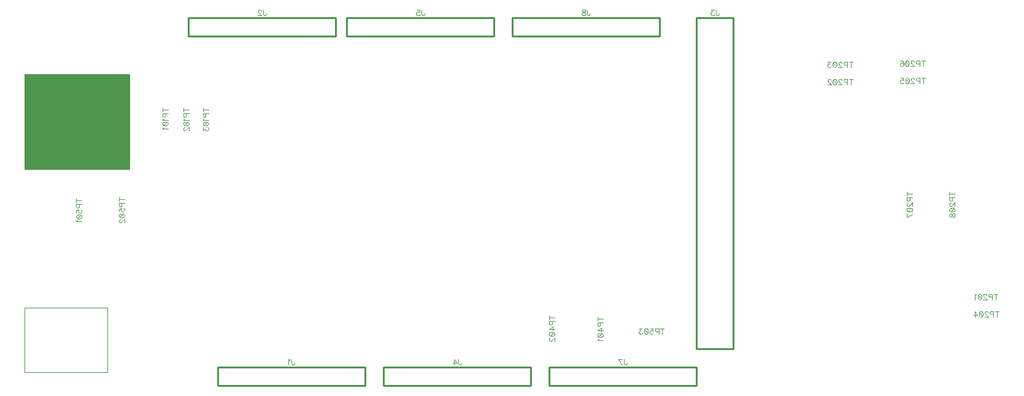
<source format=gbr>
G04 DipTrace 2.4.0.2*
%INBottomSilk.gbr*%
%MOIN*%
%ADD10C,0.0098*%
%ADD13C,0.0014*%
%ADD114C,0.0046*%
%FSLAX44Y44*%
G04*
G70*
G90*
G75*
G01*
%LNBotSilk*%
%LPD*%
X10500Y500D2*
D10*
X18500D1*
Y1500D1*
X10500D1*
Y500D1*
X8900Y19500D2*
X16900D1*
Y20500D1*
X8900D1*
Y19500D1*
X36500Y20500D2*
X38500D1*
Y2500D1*
X36500D1*
Y20500D1*
X19500Y500D2*
X27500D1*
Y1500D1*
X19500D1*
Y500D1*
X17500Y19500D2*
X25500D1*
Y20500D1*
X17500D1*
Y19500D1*
X28500Y500D2*
X36500D1*
Y1500D1*
X28500D1*
Y500D1*
X26500Y19500D2*
X34500D1*
Y20500D1*
X26500D1*
Y19500D1*
X0Y4750D2*
D13*
X4500D1*
Y1250D1*
X0D1*
Y4750D1*
Y17250D2*
X3750D1*
Y12750D1*
X0D1*
Y17250D1*
G36*
Y17437D2*
X5750D1*
Y12250D1*
X0D1*
Y17437D1*
G37*
X14511Y1939D2*
D114*
Y1710D1*
X14525Y1667D1*
X14539Y1652D1*
X14568Y1638D1*
X14597D1*
X14625Y1652D1*
X14640Y1667D1*
X14654Y1710D1*
Y1738D1*
X14418Y1882D2*
X14389Y1896D1*
X14346Y1939D1*
Y1638D1*
X12975Y20939D2*
Y20710D1*
X12989Y20667D1*
X13004Y20652D1*
X13032Y20638D1*
X13061D1*
X13090Y20652D1*
X13104Y20667D1*
X13119Y20710D1*
Y20738D1*
X12868Y20867D2*
Y20882D1*
X12854Y20910D1*
X12839Y20925D1*
X12810Y20939D1*
X12753D1*
X12725Y20925D1*
X12710Y20910D1*
X12696Y20882D1*
Y20853D1*
X12710Y20824D1*
X12739Y20781D1*
X12882Y20638D1*
X12681D1*
X37575Y20939D2*
Y20710D1*
X37589Y20667D1*
X37604Y20652D1*
X37632Y20638D1*
X37661D1*
X37690Y20652D1*
X37704Y20667D1*
X37719Y20710D1*
Y20738D1*
X37454Y20939D2*
X37296D1*
X37382Y20824D1*
X37339D1*
X37310Y20810D1*
X37296Y20796D1*
X37281Y20753D1*
Y20724D1*
X37296Y20681D1*
X37325Y20652D1*
X37368Y20638D1*
X37411D1*
X37454Y20652D1*
X37468Y20667D1*
X37482Y20695D1*
X23582Y1939D2*
Y1710D1*
X23596Y1667D1*
X23611Y1652D1*
X23640Y1638D1*
X23668D1*
X23697Y1652D1*
X23711Y1667D1*
X23726Y1710D1*
Y1738D1*
X23346Y1638D2*
Y1939D1*
X23489Y1738D1*
X23274D1*
X21575Y20939D2*
Y20710D1*
X21589Y20667D1*
X21604Y20652D1*
X21632Y20638D1*
X21661D1*
X21690Y20652D1*
X21704Y20667D1*
X21719Y20710D1*
Y20738D1*
X21310Y20939D2*
X21454D1*
X21468Y20810D1*
X21454Y20824D1*
X21410Y20839D1*
X21368D1*
X21325Y20824D1*
X21296Y20796D1*
X21281Y20753D1*
Y20724D1*
X21296Y20681D1*
X21325Y20652D1*
X21368Y20638D1*
X21410D1*
X21454Y20652D1*
X21468Y20667D1*
X21482Y20695D1*
X32575Y1939D2*
Y1710D1*
X32589Y1667D1*
X32604Y1652D1*
X32632Y1638D1*
X32661D1*
X32690Y1652D1*
X32704Y1667D1*
X32719Y1710D1*
Y1738D1*
X32425Y1638D2*
X32281Y1939D1*
X32482D1*
X30575Y20939D2*
Y20710D1*
X30589Y20667D1*
X30604Y20652D1*
X30632Y20638D1*
X30661D1*
X30690Y20652D1*
X30704Y20667D1*
X30718Y20710D1*
Y20738D1*
X30411Y20939D2*
X30453Y20925D1*
X30468Y20896D1*
Y20867D1*
X30453Y20839D1*
X30425Y20824D1*
X30367Y20810D1*
X30324Y20796D1*
X30296Y20767D1*
X30282Y20738D1*
Y20695D1*
X30296Y20667D1*
X30310Y20652D1*
X30353Y20638D1*
X30411D1*
X30453Y20652D1*
X30468Y20667D1*
X30482Y20695D1*
Y20738D1*
X30468Y20767D1*
X30439Y20796D1*
X30396Y20810D1*
X30339Y20824D1*
X30310Y20839D1*
X30296Y20867D1*
Y20896D1*
X30310Y20925D1*
X30353Y20939D1*
X30411D1*
X7498Y15503D2*
X7800D1*
X7498Y15604D2*
Y15403D1*
X7656Y15310D2*
Y15181D1*
X7642Y15138D1*
X7627Y15124D1*
X7599Y15109D1*
X7556D1*
X7527Y15124D1*
X7512Y15138D1*
X7498Y15181D1*
Y15310D1*
X7800D1*
X7556Y15017D2*
X7541Y14988D1*
X7498Y14945D1*
X7800D1*
X7498Y14766D2*
X7513Y14809D1*
X7556Y14838D1*
X7627Y14852D1*
X7671D1*
X7742Y14838D1*
X7785Y14809D1*
X7800Y14766D1*
Y14737D1*
X7785Y14694D1*
X7742Y14666D1*
X7671Y14651D1*
X7627D1*
X7556Y14666D1*
X7513Y14694D1*
X7498Y14737D1*
Y14766D1*
X7556Y14666D2*
X7742Y14838D1*
X7556Y14559D2*
X7541Y14530D1*
X7498Y14487D1*
X7800D1*
X8623Y15505D2*
X8925D1*
X8623Y15606D2*
Y15405D1*
X8781Y15312D2*
Y15183D1*
X8767Y15140D1*
X8752Y15126D1*
X8724Y15111D1*
X8681D1*
X8652Y15126D1*
X8637Y15140D1*
X8623Y15183D1*
Y15312D1*
X8925D1*
X8681Y15019D2*
X8666Y14990D1*
X8623Y14947D1*
X8925D1*
X8623Y14768D2*
X8638Y14811D1*
X8681Y14840D1*
X8752Y14854D1*
X8796D1*
X8867Y14840D1*
X8910Y14811D1*
X8925Y14768D1*
Y14739D1*
X8910Y14696D1*
X8867Y14668D1*
X8796Y14653D1*
X8752D1*
X8681Y14668D1*
X8638Y14696D1*
X8623Y14739D1*
Y14768D1*
X8681Y14668D2*
X8867Y14840D1*
X8695Y14546D2*
X8681D1*
X8652Y14532D1*
X8638Y14517D1*
X8623Y14489D1*
Y14431D1*
X8638Y14403D1*
X8652Y14388D1*
X8681Y14374D1*
X8709D1*
X8738Y14388D1*
X8781Y14417D1*
X8925Y14561D1*
Y14360D1*
X9686Y15505D2*
X9987D1*
X9686Y15606D2*
Y15405D1*
X9844Y15312D2*
Y15183D1*
X9829Y15140D1*
X9815Y15126D1*
X9786Y15111D1*
X9743D1*
X9715Y15126D1*
X9700Y15140D1*
X9686Y15183D1*
Y15312D1*
X9987D1*
X9743Y15019D2*
X9729Y14990D1*
X9686Y14947D1*
X9987D1*
X9686Y14768D2*
X9700Y14811D1*
X9743Y14840D1*
X9815Y14854D1*
X9858D1*
X9930Y14840D1*
X9973Y14811D1*
X9987Y14768D1*
Y14739D1*
X9973Y14696D1*
X9930Y14668D1*
X9858Y14653D1*
X9815D1*
X9743Y14668D1*
X9700Y14696D1*
X9686Y14739D1*
Y14768D1*
X9743Y14668D2*
X9930Y14840D1*
X9686Y14532D2*
Y14374D1*
X9801Y14460D1*
Y14417D1*
X9815Y14388D1*
X9829Y14374D1*
X9872Y14360D1*
X9901D1*
X9944Y14374D1*
X9973Y14403D1*
X9987Y14446D1*
Y14489D1*
X9973Y14532D1*
X9958Y14546D1*
X9930Y14561D1*
X52773Y5485D2*
Y5183D1*
X52873Y5485D2*
X52672D1*
X52580Y5327D2*
X52450D1*
X52407Y5341D1*
X52393Y5356D1*
X52379Y5384D1*
Y5427D1*
X52393Y5456D1*
X52407Y5470D1*
X52450Y5485D1*
X52580D1*
Y5183D1*
X52271Y5413D2*
Y5427D1*
X52257Y5456D1*
X52243Y5470D1*
X52214Y5484D1*
X52157D1*
X52128Y5470D1*
X52114Y5456D1*
X52099Y5427D1*
Y5398D1*
X52114Y5370D1*
X52142Y5327D1*
X52286Y5183D1*
X52085D1*
X51906Y5484D2*
X51949Y5470D1*
X51978Y5427D1*
X51992Y5355D1*
Y5312D1*
X51978Y5241D1*
X51949Y5197D1*
X51906Y5183D1*
X51878D1*
X51835Y5197D1*
X51806Y5241D1*
X51791Y5312D1*
Y5355D1*
X51806Y5427D1*
X51835Y5470D1*
X51878Y5484D1*
X51906D1*
X51806Y5427D2*
X51978Y5241D1*
X51699Y5427D2*
X51670Y5441D1*
X51627Y5484D1*
Y5183D1*
X44900Y17172D2*
Y16871D1*
X45000Y17172D2*
X44799D1*
X44707Y17014D2*
X44577D1*
X44534Y17029D1*
X44520Y17043D1*
X44506Y17072D1*
Y17115D1*
X44520Y17143D1*
X44534Y17158D1*
X44577Y17172D1*
X44707D1*
Y16871D1*
X44398Y17100D2*
Y17115D1*
X44384Y17143D1*
X44370Y17158D1*
X44341Y17172D1*
X44284D1*
X44255Y17158D1*
X44241Y17143D1*
X44226Y17115D1*
Y17086D1*
X44241Y17057D1*
X44269Y17014D1*
X44413Y16871D1*
X44212D1*
X44033Y17172D2*
X44076Y17158D1*
X44105Y17115D1*
X44119Y17043D1*
Y17000D1*
X44105Y16928D1*
X44076Y16885D1*
X44033Y16871D1*
X44005D1*
X43961Y16885D1*
X43933Y16928D1*
X43918Y17000D1*
Y17043D1*
X43933Y17115D1*
X43961Y17158D1*
X44005Y17172D1*
X44033D1*
X43933Y17115D2*
X44105Y16928D1*
X43811Y17100D2*
Y17115D1*
X43797Y17143D1*
X43783Y17158D1*
X43754Y17172D1*
X43696D1*
X43668Y17158D1*
X43654Y17143D1*
X43639Y17115D1*
Y17086D1*
X43654Y17057D1*
X43682Y17014D1*
X43826Y16871D1*
X43625D1*
X44900Y18110D2*
Y17808D1*
X45000Y18110D2*
X44799D1*
X44707Y17952D2*
X44577D1*
X44534Y17966D1*
X44520Y17981D1*
X44506Y18009D1*
Y18052D1*
X44520Y18081D1*
X44534Y18095D1*
X44577Y18110D1*
X44707D1*
Y17808D1*
X44398Y18038D2*
Y18052D1*
X44384Y18081D1*
X44370Y18095D1*
X44341Y18109D1*
X44284D1*
X44255Y18095D1*
X44241Y18081D1*
X44226Y18052D1*
Y18023D1*
X44241Y17994D1*
X44269Y17952D1*
X44413Y17808D1*
X44212D1*
X44033Y18109D2*
X44076Y18095D1*
X44105Y18052D1*
X44119Y17980D1*
Y17937D1*
X44105Y17865D1*
X44076Y17822D1*
X44033Y17808D1*
X44005D1*
X43961Y17822D1*
X43933Y17865D1*
X43918Y17937D1*
Y17980D1*
X43933Y18052D1*
X43961Y18095D1*
X44005Y18109D1*
X44033D1*
X43933Y18052D2*
X44105Y17865D1*
X43797Y18109D2*
X43639D1*
X43725Y17994D1*
X43682D1*
X43654Y17980D1*
X43639Y17966D1*
X43625Y17923D1*
Y17894D1*
X43639Y17851D1*
X43668Y17822D1*
X43711Y17808D1*
X43754D1*
X43797Y17822D1*
X43811Y17837D1*
X43826Y17865D1*
X52844Y4547D2*
Y4246D1*
X52945Y4547D2*
X52744D1*
X52651Y4389D2*
X52522D1*
X52479Y4404D1*
X52464Y4418D1*
X52450Y4447D1*
Y4490D1*
X52464Y4518D1*
X52479Y4533D1*
X52522Y4547D1*
X52651D1*
Y4246D1*
X52343Y4475D2*
Y4489D1*
X52329Y4518D1*
X52314Y4533D1*
X52286Y4547D1*
X52228D1*
X52200Y4533D1*
X52185Y4518D1*
X52171Y4489D1*
Y4461D1*
X52185Y4432D1*
X52214Y4389D1*
X52358Y4246D1*
X52157D1*
X51978Y4547D2*
X52021Y4533D1*
X52050Y4489D1*
X52064Y4418D1*
Y4375D1*
X52050Y4303D1*
X52021Y4260D1*
X51978Y4246D1*
X51949D1*
X51906Y4260D1*
X51878Y4303D1*
X51863Y4375D1*
Y4418D1*
X51878Y4489D1*
X51906Y4533D1*
X51949Y4547D1*
X51978D1*
X51878Y4489D2*
X52050Y4303D1*
X51627Y4246D2*
Y4547D1*
X51770Y4346D1*
X51555D1*
X48837Y17235D2*
Y16933D1*
X48938Y17235D2*
X48737D1*
X48644Y17077D2*
X48515D1*
X48472Y17091D1*
X48457Y17106D1*
X48443Y17134D1*
Y17177D1*
X48457Y17206D1*
X48472Y17220D1*
X48515Y17235D1*
X48644D1*
Y16933D1*
X48336Y17163D2*
Y17177D1*
X48322Y17206D1*
X48307Y17220D1*
X48279Y17234D1*
X48221D1*
X48193Y17220D1*
X48178Y17206D1*
X48164Y17177D1*
Y17148D1*
X48178Y17120D1*
X48207Y17077D1*
X48350Y16933D1*
X48150D1*
X47971Y17234D2*
X48014Y17220D1*
X48043Y17177D1*
X48057Y17105D1*
Y17062D1*
X48043Y16991D1*
X48014Y16947D1*
X47971Y16933D1*
X47942D1*
X47899Y16947D1*
X47871Y16991D1*
X47856Y17062D1*
Y17105D1*
X47871Y17177D1*
X47899Y17220D1*
X47942Y17234D1*
X47971D1*
X47871Y17177D2*
X48043Y16991D1*
X47591Y17234D2*
X47734D1*
X47749Y17105D1*
X47734Y17120D1*
X47691Y17134D1*
X47649D1*
X47605Y17120D1*
X47577Y17091D1*
X47562Y17048D1*
Y17019D1*
X47577Y16976D1*
X47605Y16947D1*
X47649Y16933D1*
X47691D1*
X47734Y16947D1*
X47749Y16962D1*
X47763Y16991D1*
X48830Y18172D2*
Y17871D1*
X48930Y18172D2*
X48729D1*
X48637Y18014D2*
X48507D1*
X48465Y18029D1*
X48450Y18043D1*
X48436Y18072D1*
Y18115D1*
X48450Y18143D1*
X48465Y18158D1*
X48507Y18172D1*
X48637D1*
Y17871D1*
X48329Y18100D2*
Y18114D1*
X48314Y18143D1*
X48300Y18158D1*
X48271Y18172D1*
X48214D1*
X48185Y18158D1*
X48171Y18143D1*
X48156Y18114D1*
Y18086D1*
X48171Y18057D1*
X48200Y18014D1*
X48343Y17871D1*
X48142D1*
X47963Y18172D2*
X48006Y18158D1*
X48035Y18114D1*
X48050Y18043D1*
Y18000D1*
X48035Y17928D1*
X48006Y17885D1*
X47963Y17871D1*
X47935D1*
X47892Y17885D1*
X47863Y17928D1*
X47849Y18000D1*
Y18043D1*
X47863Y18114D1*
X47892Y18158D1*
X47935Y18172D1*
X47963D1*
X47863Y18114D2*
X48035Y17928D1*
X47584Y18129D2*
X47598Y18158D1*
X47641Y18172D1*
X47670D1*
X47713Y18158D1*
X47742Y18114D1*
X47756Y18043D1*
Y17971D1*
X47742Y17914D1*
X47713Y17885D1*
X47670Y17871D1*
X47656D1*
X47613Y17885D1*
X47584Y17914D1*
X47570Y17957D1*
Y17971D1*
X47584Y18014D1*
X47613Y18043D1*
X47656Y18057D1*
X47670D1*
X47713Y18043D1*
X47742Y18014D1*
X47756Y17971D1*
X47936Y10945D2*
X48237D1*
X47936Y11045D2*
Y10844D1*
X48094Y10752D2*
Y10623D1*
X48079Y10580D1*
X48065Y10565D1*
X48036Y10551D1*
X47993D1*
X47965Y10565D1*
X47950Y10580D1*
X47936Y10623D1*
Y10752D1*
X48237D1*
X48008Y10444D2*
X47993D1*
X47965Y10429D1*
X47950Y10415D1*
X47936Y10386D1*
Y10329D1*
X47950Y10300D1*
X47965Y10286D1*
X47993Y10272D1*
X48022D1*
X48051Y10286D1*
X48094Y10315D1*
X48237Y10458D1*
Y10257D1*
X47936Y10078D2*
X47950Y10122D1*
X47993Y10150D1*
X48065Y10165D1*
X48108D1*
X48180Y10150D1*
X48223Y10122D1*
X48237Y10078D1*
Y10050D1*
X48223Y10007D1*
X48180Y9978D1*
X48108Y9964D1*
X48065D1*
X47993Y9978D1*
X47950Y10007D1*
X47936Y10050D1*
Y10078D1*
X47993Y9978D2*
X48180Y10150D1*
X48237Y9814D2*
X47936Y9670D1*
Y9871D1*
X50248Y10945D2*
X50550D1*
X50248Y11045D2*
Y10844D1*
X50406Y10752D2*
Y10622D1*
X50392Y10580D1*
X50377Y10565D1*
X50349Y10551D1*
X50306D1*
X50277Y10565D1*
X50262Y10580D1*
X50248Y10622D1*
Y10752D1*
X50550D1*
X50320Y10444D2*
X50306D1*
X50277Y10429D1*
X50263Y10415D1*
X50248Y10386D1*
Y10329D1*
X50263Y10300D1*
X50277Y10286D1*
X50306Y10271D1*
X50334D1*
X50363Y10286D1*
X50406Y10315D1*
X50550Y10458D1*
Y10257D1*
X50248Y10078D2*
X50263Y10121D1*
X50306Y10150D1*
X50377Y10165D1*
X50421D1*
X50492Y10150D1*
X50535Y10121D1*
X50550Y10078D1*
Y10050D1*
X50535Y10007D1*
X50492Y9978D1*
X50421Y9964D1*
X50377D1*
X50306Y9978D1*
X50263Y10007D1*
X50248Y10050D1*
Y10078D1*
X50306Y9978D2*
X50492Y10150D1*
X50248Y9799D2*
X50263Y9842D1*
X50291Y9857D1*
X50320D1*
X50349Y9842D1*
X50363Y9814D1*
X50377Y9756D1*
X50392Y9713D1*
X50421Y9685D1*
X50449Y9670D1*
X50492D1*
X50521Y9685D1*
X50535Y9699D1*
X50550Y9742D1*
Y9799D1*
X50535Y9842D1*
X50521Y9857D1*
X50492Y9871D1*
X50449D1*
X50421Y9857D1*
X50392Y9828D1*
X50377Y9785D1*
X50363Y9728D1*
X50349Y9699D1*
X50320Y9685D1*
X50291D1*
X50263Y9699D1*
X50248Y9742D1*
Y9799D1*
X31123Y4138D2*
X31425D1*
X31123Y4238D2*
Y4037D1*
X31281Y3944D2*
Y3815D1*
X31267Y3772D1*
X31252Y3758D1*
X31224Y3744D1*
X31181D1*
X31152Y3758D1*
X31137Y3772D1*
X31123Y3815D1*
Y3944D1*
X31425D1*
Y3507D2*
X31123D1*
X31324Y3651D1*
Y3436D1*
X31123Y3257D2*
X31138Y3300D1*
X31181Y3329D1*
X31252Y3343D1*
X31296D1*
X31367Y3329D1*
X31410Y3300D1*
X31425Y3257D1*
Y3228D1*
X31410Y3185D1*
X31367Y3157D1*
X31296Y3142D1*
X31252D1*
X31181Y3157D1*
X31138Y3185D1*
X31123Y3228D1*
Y3257D1*
X31181Y3157D2*
X31367Y3329D1*
X31181Y3049D2*
X31166Y3021D1*
X31123Y2977D1*
X31425D1*
X28498Y4202D2*
X28800D1*
X28498Y4303D2*
Y4102D1*
X28656Y4009D2*
Y3880D1*
X28642Y3837D1*
X28627Y3822D1*
X28599Y3808D1*
X28556D1*
X28527Y3822D1*
X28512Y3837D1*
X28498Y3880D1*
Y4009D1*
X28800D1*
Y3572D2*
X28499D1*
X28699Y3715D1*
Y3500D1*
X28499Y3321D2*
X28513Y3364D1*
X28556Y3393D1*
X28627Y3408D1*
X28671D1*
X28742Y3393D1*
X28785Y3364D1*
X28800Y3321D1*
Y3293D1*
X28785Y3250D1*
X28742Y3221D1*
X28671Y3207D1*
X28627D1*
X28556Y3221D1*
X28513Y3250D1*
X28499Y3293D1*
Y3321D1*
X28556Y3221D2*
X28742Y3393D1*
X28570Y3099D2*
X28556D1*
X28527Y3085D1*
X28513Y3071D1*
X28499Y3042D1*
X28498Y2985D1*
X28513Y2956D1*
X28527Y2942D1*
X28556Y2927D1*
X28584D1*
X28613Y2942D1*
X28656Y2970D1*
X28800Y3114D1*
Y2913D1*
X2811Y10568D2*
X3112D1*
X2811Y10668D2*
Y10467D1*
X2969Y10375D2*
Y10246D1*
X2954Y10203D1*
X2940Y10188D1*
X2911Y10174D1*
X2868D1*
X2840Y10188D1*
X2825Y10203D1*
X2811Y10246D1*
Y10375D1*
X3112D1*
X2811Y9909D2*
Y10052D1*
X2940Y10067D1*
X2926Y10052D1*
X2911Y10009D1*
Y9967D1*
X2926Y9923D1*
X2954Y9895D1*
X2997Y9880D1*
X3026D1*
X3069Y9895D1*
X3098Y9923D1*
X3112Y9967D1*
Y10009D1*
X3098Y10052D1*
X3083Y10067D1*
X3055Y10081D1*
X2811Y9701D2*
X2825Y9745D1*
X2868Y9773D1*
X2940Y9788D1*
X2983D1*
X3055Y9773D1*
X3098Y9745D1*
X3112Y9701D1*
Y9673D1*
X3098Y9630D1*
X3055Y9601D1*
X2983Y9587D1*
X2940D1*
X2868Y9601D1*
X2825Y9630D1*
X2811Y9673D1*
Y9701D1*
X2868Y9601D2*
X3055Y9773D1*
X2868Y9494D2*
X2854Y9465D1*
X2811Y9422D1*
X3112D1*
X5123Y10632D2*
X5425D1*
X5123Y10733D2*
Y10532D1*
X5281Y10439D2*
Y10310D1*
X5267Y10267D1*
X5252Y10253D1*
X5224Y10238D1*
X5181D1*
X5152Y10253D1*
X5137Y10267D1*
X5123Y10310D1*
Y10439D1*
X5425D1*
X5124Y9974D2*
Y10117D1*
X5252Y10131D1*
X5238Y10117D1*
X5224Y10074D1*
Y10031D1*
X5238Y9988D1*
X5267Y9959D1*
X5310Y9945D1*
X5338D1*
X5381Y9959D1*
X5410Y9988D1*
X5425Y10031D1*
Y10074D1*
X5410Y10117D1*
X5396Y10131D1*
X5367Y10146D1*
X5124Y9766D2*
X5138Y9809D1*
X5181Y9838D1*
X5252Y9852D1*
X5296D1*
X5367Y9838D1*
X5410Y9809D1*
X5425Y9766D1*
Y9737D1*
X5410Y9694D1*
X5367Y9666D1*
X5296Y9651D1*
X5252D1*
X5181Y9666D1*
X5138Y9694D1*
X5124Y9737D1*
Y9766D1*
X5181Y9666D2*
X5367Y9838D1*
X5195Y9544D2*
X5181D1*
X5152Y9530D1*
X5138Y9515D1*
X5124Y9487D1*
X5123Y9429D1*
X5138Y9401D1*
X5152Y9386D1*
X5181Y9372D1*
X5209D1*
X5238Y9386D1*
X5281Y9415D1*
X5425Y9559D1*
Y9358D1*
X34650Y3610D2*
Y3308D1*
X34750Y3610D2*
X34549D1*
X34457Y3452D2*
X34327D1*
X34284Y3466D1*
X34270Y3481D1*
X34256Y3509D1*
Y3552D1*
X34270Y3581D1*
X34284Y3595D1*
X34327Y3610D1*
X34457D1*
Y3308D1*
X33991Y3609D2*
X34134D1*
X34148Y3480D1*
X34134Y3495D1*
X34091Y3509D1*
X34048D1*
X34005Y3495D1*
X33976Y3466D1*
X33962Y3423D1*
Y3394D1*
X33976Y3351D1*
X34005Y3322D1*
X34048Y3308D1*
X34091D1*
X34134Y3322D1*
X34148Y3337D1*
X34163Y3366D1*
X33783Y3609D2*
X33826Y3595D1*
X33855Y3552D1*
X33869Y3480D1*
Y3437D1*
X33855Y3366D1*
X33826Y3322D1*
X33783Y3308D1*
X33755D1*
X33712Y3322D1*
X33683Y3366D1*
X33668Y3437D1*
Y3480D1*
X33683Y3552D1*
X33712Y3595D1*
X33755Y3609D1*
X33783D1*
X33683Y3552D2*
X33855Y3366D1*
X33547Y3609D2*
X33389D1*
X33475Y3495D1*
X33432D1*
X33404Y3480D1*
X33389Y3466D1*
X33375Y3423D1*
Y3394D1*
X33389Y3351D1*
X33418Y3322D1*
X33461Y3308D1*
X33504D1*
X33547Y3322D1*
X33561Y3337D1*
X33576Y3366D1*
M02*

</source>
